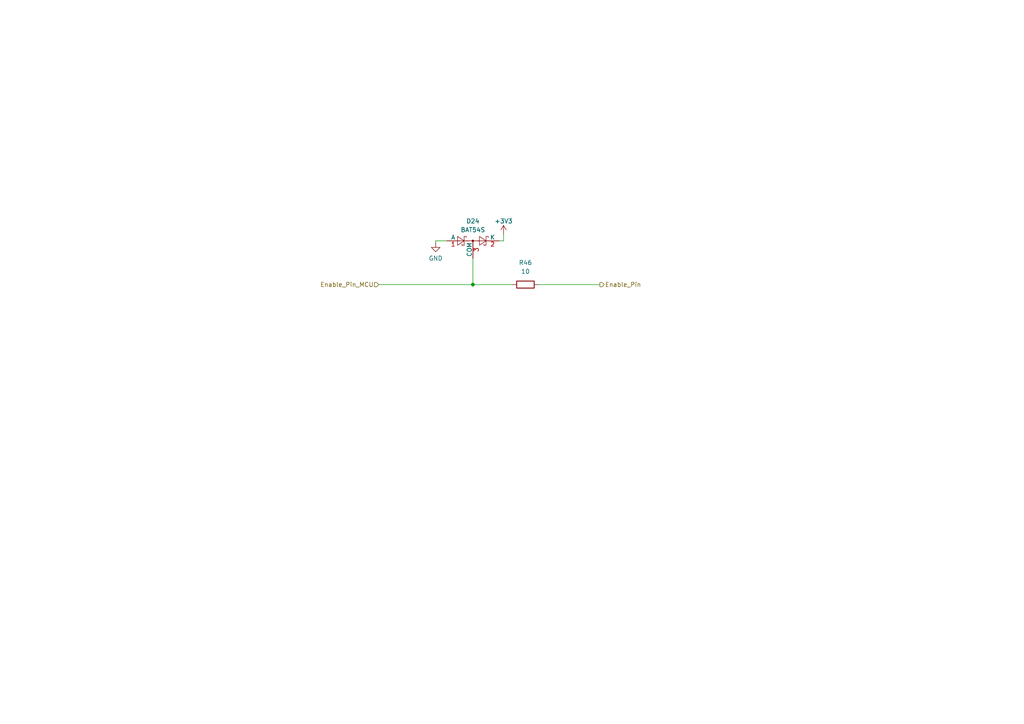
<source format=kicad_sch>
(kicad_sch (version 20250114) (generator "eeschema") (generator_version "9.0")
  (paper "A4")
  (title_block (rev "V3") (company "EcoCar") (comment 1 "Designed by:  Zeeshan Haque"))
  (lib_symbols
    (symbol "Device:R" (pin_numbers (hide yes)) (pin_names (offset 0))
      (property "Reference" "R" (at 2.032 0 90))
      (property "Value" "R" (at 0 0 90))
      (symbol "R_0_1"
        (rectangle (start -1.016 -2.54) (end 1.016 2.54) (stroke (width 0.254)))
      )
      (symbol "R_1_1"
        (pin passive line (at 0 3.81 270) (length 1.27) (name "~") (number "1"))
        (pin passive line (at 0 -3.81 90) (length 1.27) (name "~") (number "2"))
      )
    )
    (symbol "Diode:BAT54S" (pin_names (offset 0))
      (property "Reference" "D" (at 2.54 -5.08 0))
      (property "Value" "BAT54S" (at -6.35 3.175 0))
      (symbol "BAT54S_0_1"
        (polyline (pts (xy -4.445 1.27) (xy -4.445 -1.27) (xy -2.54 0) (xy -4.445 1.27)))
        (polyline (pts (xy -3.81 0) (xy -1.27 0)))
        (polyline (pts (xy -3.175 -1.27) (xy -3.175 -1.016)))
        (polyline (pts (xy -2.54 1.27) (xy -1.905 1.27)))
        (polyline (pts (xy -2.54 -1.27) (xy -3.175 -1.27)))
        (polyline (pts (xy -2.54 -1.27) (xy -2.54 1.27)))
        (polyline (pts (xy -1.905 1.27) (xy -1.905 1.016)))
        (polyline (pts (xy -1.905 0) (xy 1.905 0)))
        (circle (center 0 0) (radius 0.254) (fill (type outline)))
        (polyline (pts (xy 1.27 0) (xy 3.81 0)))
        (polyline (pts (xy 1.905 1.27) (xy 1.905 -1.27) (xy 3.81 0) (xy 1.905 1.27)))
        (polyline (pts (xy 3.175 -1.27) (xy 3.175 -1.016)))
        (polyline (pts (xy 3.81 1.27) (xy 4.445 1.27)))
        (polyline (pts (xy 3.81 -1.27) (xy 3.175 -1.27)))
        (polyline (pts (xy 3.81 -1.27) (xy 3.81 1.27)))
        (polyline (pts (xy 4.445 1.27) (xy 4.445 1.016)))
      )
      (symbol "BAT54S_1_1"
        (pin passive line (at -7.62 0 0) (length 3.81) (name "A") (number "1"))
        (pin passive line (at 0 -5.08 90) (length 5.08) (name "COM") (number "3"))
        (pin passive line (at 7.62 0 180) (length 3.81) (name "K") (number "2"))
      )
    )
    (symbol "power:+3V3" (power) (pin_names (offset 0))
      (property "Value" "+3V3" (at 0 3.556 0))
      (symbol "+3V3_0_1"
        (polyline (pts (xy -0.762 1.27) (xy 0 2.54)))
        (polyline (pts (xy 0 2.54) (xy 0.762 1.27)))
        (polyline (pts (xy 0 0) (xy 0 2.54)))
      )
      (symbol "+3V3_1_1"
        (pin power_in line (at 0 0 90) (length 0) (hide yes) (name "+3V3") (number "1"))
      )
    )
    (symbol "power:GND" (power) (pin_numbers (hide yes)) (pin_names (offset 0) (hide yes))
      (property "Value" "GND" (at 0 -3.81 0))
      (symbol "GND_0_1"
        (polyline (pts (xy 0 0) (xy 0 -1.27) (xy 1.27 -1.27) (xy 0 -2.54) (xy -1.27 -1.27) (xy 0 -1.27)))
      )
      (symbol "GND_1_1"
        (pin power_in line (at 0 0 270) (length 0) (name "~") (number "1"))
      )
    )
  )
  (junction (at 137.16 82.55))
  (wire (pts (xy 137.16 74.93) (xy 137.16 82.55)))
  (wire (pts (xy 146.05 69.85) (xy 144.78 69.85)))
  (wire (pts (xy 126.365 69.85) (xy 129.54 69.85)))
  (wire (pts (xy 109.855 82.55) (xy 137.16 82.55)))
  (wire (pts (xy 126.365 70.485) (xy 126.365 69.85)))
  (wire (pts (xy 173.99 82.55) (xy 156.21 82.55)))
  (wire (pts (xy 146.05 67.945) (xy 146.05 69.85)))
  (wire (pts (xy 137.16 82.55) (xy 148.59 82.55)))
  (hierarchical_label "Enable_Pin" (shape output) (at 173.99 82.55 0))
  (hierarchical_label "Enable_Pin_MCU" (shape input) (at 109.855 82.55 180))
  (symbol (lib_id "power:GND") (at 126.365 70.485 0) (unit 1)
    (property "Reference" "#PWR076" (effects (hide yes)))
    (property "Value" "GND" (at 126.365 74.93 0))
    (property "Description" "Power symbol creates a global label with name \"GND\" , ground" (effects (hide yes)))
  )
  (symbol (lib_id "Diode:BAT54S") (at 137.16 69.85 0) (unit 1)
    (property "Reference" "D24" (at 137.16 64.135 0))
    (property "Value" "BAT54S" (at 137.16 66.675 0))
    (property "Footprint" "Package_TO_SOT_SMD:SOT-23" (effects (hide yes)))
    (property "Datasheet" "https://www.diodes.com/assets/Datasheets/ds11005.pdf" (effects (hide yes)))
    (property "Description" "Vr 30V, If 200mA, Dual schottky barrier diode, in series, SOT-323" (effects (hide yes)))
  )
  (symbol (lib_id "power:+3V3") (at 146.05 67.945 0) (unit 1)
    (property "Reference" "#PWR077" (effects (hide yes)))
    (property "Value" "+3V3" (at 146.05 64.135 0))
  )
  (symbol (lib_id "Device:R") (at 152.4 82.55 90) (unit 1)
    (property "Reference" "R46" (at 152.4 76.2 90))
    (property "Value" "10" (at 152.4 78.74 90))
    (property "Footprint" "Resistor_SMD:R_0603_1608Metric" (effects (hide yes)))
    (property "Description" "Resistor" (effects (hide yes)))
  )
)
</source>
